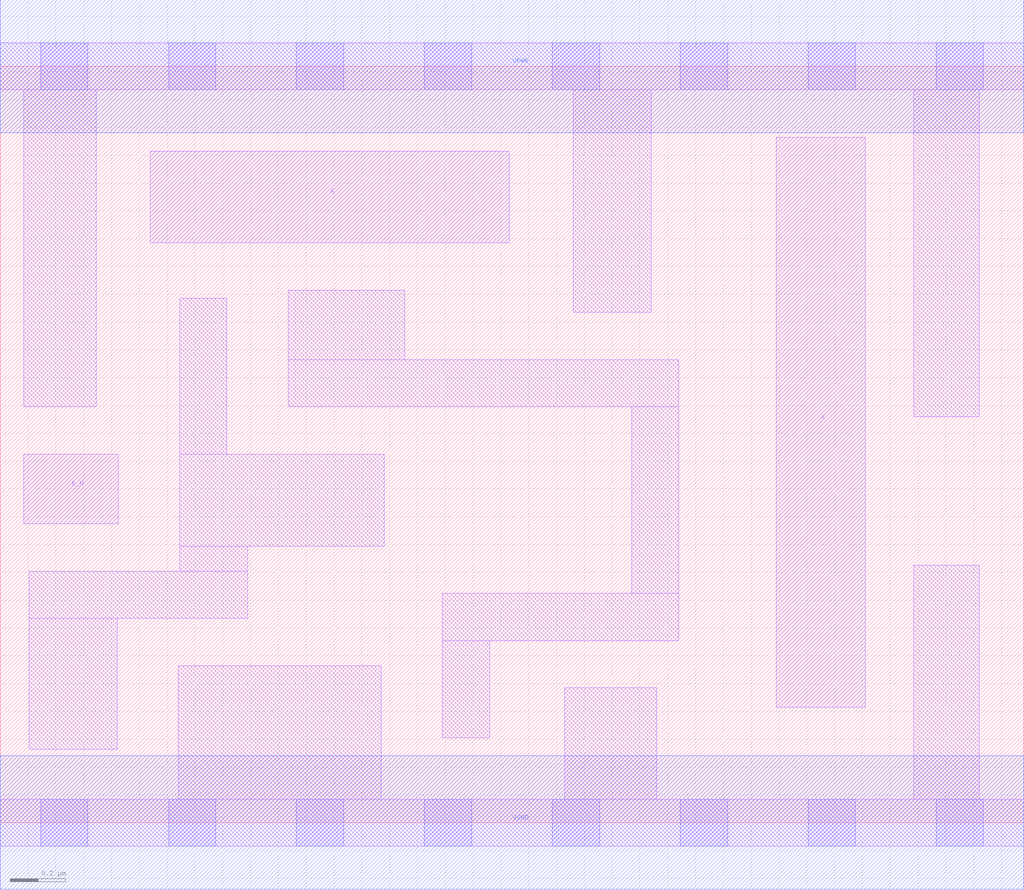
<source format=lef>
# Copyright 2020 The SkyWater PDK Authors
#
# Licensed under the Apache License, Version 2.0 (the "License");
# you may not use this file except in compliance with the License.
# You may obtain a copy of the License at
#
#     https://www.apache.org/licenses/LICENSE-2.0
#
# Unless required by applicable law or agreed to in writing, software
# distributed under the License is distributed on an "AS IS" BASIS,
# WITHOUT WARRANTIES OR CONDITIONS OF ANY KIND, either express or implied.
# See the License for the specific language governing permissions and
# limitations under the License.
#
# SPDX-License-Identifier: Apache-2.0

VERSION 5.7 ;
  NAMESCASESENSITIVE ON ;
  NOWIREEXTENSIONATPIN ON ;
  DIVIDERCHAR "/" ;
  BUSBITCHARS "[]" ;
UNITS
  DATABASE MICRONS 200 ;
END UNITS
PROPERTYDEFINITIONS
  MACRO maskLayoutSubType STRING ;
  MACRO prCellType STRING ;
  MACRO originalViewName STRING ;
END PROPERTYDEFINITIONS
MACRO sky130_fd_sc_hdll__or2b_2
  CLASS CORE ;
  FOREIGN sky130_fd_sc_hdll__or2b_2 ;
  ORIGIN  0.000000  0.000000 ;
  SIZE  3.680000 BY  2.720000 ;
  SYMMETRY X Y R90 ;
  SITE unithd ;
  PIN A
    ANTENNAGATEAREA  0.138600 ;
    DIRECTION INPUT ;
    USE SIGNAL ;
    PORT
      LAYER li1 ;
        RECT 0.540000 2.085000 1.830000 2.415000 ;
    END
  END A
  PIN B_N
    ANTENNAGATEAREA  0.138600 ;
    DIRECTION INPUT ;
    USE SIGNAL ;
    PORT
      LAYER li1 ;
        RECT 0.085000 1.075000 0.425000 1.325000 ;
    END
  END B_N
  PIN X
    ANTENNADIFFAREA  0.811500 ;
    DIRECTION OUTPUT ;
    USE SIGNAL ;
    PORT
      LAYER li1 ;
        RECT 2.790000 0.415000 3.110000 2.465000 ;
    END
  END X
  PIN VGND
    DIRECTION INOUT ;
    USE GROUND ;
    PORT
      LAYER met1 ;
        RECT 0.000000 -0.240000 3.680000 0.240000 ;
    END
  END VGND
  PIN VPWR
    DIRECTION INOUT ;
    USE POWER ;
    PORT
      LAYER met1 ;
        RECT 0.000000 2.480000 3.680000 2.960000 ;
    END
  END VPWR
  OBS
    LAYER li1 ;
      RECT 0.000000 -0.085000 3.680000 0.085000 ;
      RECT 0.000000  2.635000 3.680000 2.805000 ;
      RECT 0.085000  1.495000 0.345000 2.635000 ;
      RECT 0.105000  0.265000 0.420000 0.735000 ;
      RECT 0.105000  0.735000 0.890000 0.905000 ;
      RECT 0.640000  0.085000 1.370000 0.565000 ;
      RECT 0.645000  0.905000 0.890000 0.995000 ;
      RECT 0.645000  0.995000 1.380000 1.325000 ;
      RECT 0.645000  1.325000 0.815000 1.885000 ;
      RECT 1.035000  1.495000 2.440000 1.665000 ;
      RECT 1.035000  1.665000 1.455000 1.915000 ;
      RECT 1.590000  0.305000 1.760000 0.655000 ;
      RECT 1.590000  0.655000 2.440000 0.825000 ;
      RECT 2.030000  0.085000 2.360000 0.485000 ;
      RECT 2.060000  1.835000 2.340000 2.635000 ;
      RECT 2.270000  0.825000 2.440000 1.495000 ;
      RECT 3.285000  0.085000 3.520000 0.925000 ;
      RECT 3.285000  1.460000 3.520000 2.635000 ;
    LAYER mcon ;
      RECT 0.145000 -0.085000 0.315000 0.085000 ;
      RECT 0.145000  2.635000 0.315000 2.805000 ;
      RECT 0.605000 -0.085000 0.775000 0.085000 ;
      RECT 0.605000  2.635000 0.775000 2.805000 ;
      RECT 1.065000 -0.085000 1.235000 0.085000 ;
      RECT 1.065000  2.635000 1.235000 2.805000 ;
      RECT 1.525000 -0.085000 1.695000 0.085000 ;
      RECT 1.525000  2.635000 1.695000 2.805000 ;
      RECT 1.985000 -0.085000 2.155000 0.085000 ;
      RECT 1.985000  2.635000 2.155000 2.805000 ;
      RECT 2.445000 -0.085000 2.615000 0.085000 ;
      RECT 2.445000  2.635000 2.615000 2.805000 ;
      RECT 2.905000 -0.085000 3.075000 0.085000 ;
      RECT 2.905000  2.635000 3.075000 2.805000 ;
      RECT 3.365000 -0.085000 3.535000 0.085000 ;
      RECT 3.365000  2.635000 3.535000 2.805000 ;
  END
  PROPERTY maskLayoutSubType "abstract" ;
  PROPERTY prCellType "standard" ;
  PROPERTY originalViewName "layout" ;
END sky130_fd_sc_hdll__or2b_2
END LIBRARY

</source>
